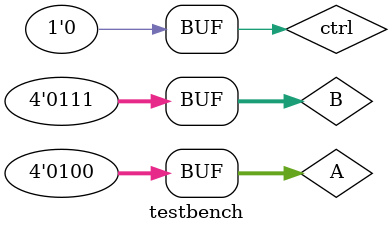
<source format=v>
`timescale 1ns/1ns
module testbench;
	
	reg	[3:0] A,B;
	reg	ctrl;
	wire	[3:0]res;
	wire	cout;

	fullAdder4Bit FA4b_1(.x(A), .y(B), .M(ctrl), .r(res), .co(cout));
	
	initial begin
		B <= 4'b0101; // 5
		A <= 4'b1100; // 12
		ctrl <= 1; // subtraction
		#10 B <= 4'b0111; // 7
		A <= 4'b0100; // 4
		ctrl <= 0; // addition
	end

endmodule

</source>
